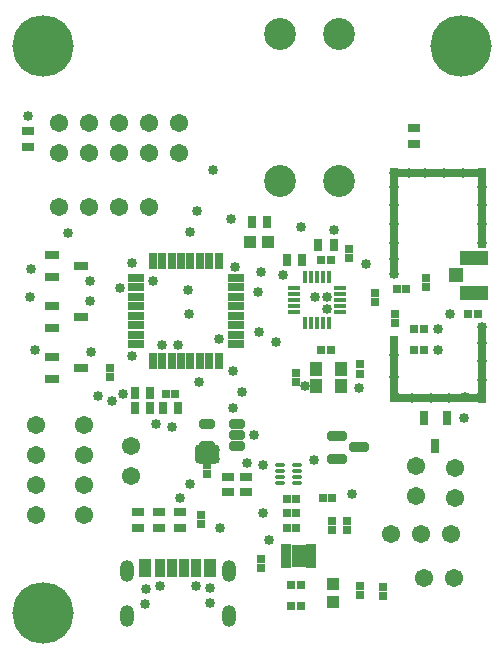
<source format=gts>
G04*
G04 #@! TF.GenerationSoftware,Altium Limited,Altium Designer,23.10.1 (27)*
G04*
G04 Layer_Color=8388736*
%FSLAX44Y44*%
%MOMM*%
G71*
G04*
G04 #@! TF.SameCoordinates,273EA9BE-9362-4083-9DEA-C9DCB70363E1*
G04*
G04*
G04 #@! TF.FilePolarity,Negative*
G04*
G01*
G75*
%ADD11C,0.2500*%
%ADD41R,0.7874X9.3218*%
%ADD42R,8.2042X0.7874*%
%ADD43R,0.7874X6.7310*%
%ADD44R,0.7874X5.6134*%
%ADD45R,1.0032X1.2032*%
%ADD46R,0.7232X0.7632*%
%ADD47R,0.7632X0.7232*%
%ADD48R,1.4032X0.7032*%
%ADD49R,0.7032X1.4032*%
%ADD50R,2.4032X1.2532*%
%ADD51R,1.2032X1.2032*%
%ADD52R,0.8032X1.2032*%
G04:AMPARAMS|DCode=53|XSize=2.1032mm|YSize=1.7032mm|CornerRadius=0.4766mm|HoleSize=0mm|Usage=FLASHONLY|Rotation=0.000|XOffset=0mm|YOffset=0mm|HoleType=Round|Shape=RoundedRectangle|*
%AMROUNDEDRECTD53*
21,1,2.1032,0.7500,0,0,0.0*
21,1,1.1500,1.7032,0,0,0.0*
1,1,0.9532,0.5750,-0.3750*
1,1,0.9532,-0.5750,-0.3750*
1,1,0.9532,-0.5750,0.3750*
1,1,0.9532,0.5750,0.3750*
%
%ADD53ROUNDEDRECTD53*%
%ADD54R,1.0032X0.8032*%
%ADD55R,0.8032X1.0032*%
%ADD56R,1.0032X1.0032*%
%ADD57R,0.4532X1.0032*%
%ADD58R,1.0032X0.4532*%
G04:AMPARAMS|DCode=59|XSize=1.7032mm|YSize=0.8032mm|CornerRadius=0.2516mm|HoleSize=0mm|Usage=FLASHONLY|Rotation=0.000|XOffset=0mm|YOffset=0mm|HoleType=Round|Shape=RoundedRectangle|*
%AMROUNDEDRECTD59*
21,1,1.7032,0.3000,0,0,0.0*
21,1,1.2000,0.8032,0,0,0.0*
1,1,0.5032,0.6000,-0.1500*
1,1,0.5032,-0.6000,-0.1500*
1,1,0.5032,-0.6000,0.1500*
1,1,0.5032,0.6000,0.1500*
%
%ADD59ROUNDEDRECTD59*%
%ADD60R,1.2032X0.8032*%
G04:AMPARAMS|DCode=61|XSize=0.772mm|YSize=0.402mm|CornerRadius=0.126mm|HoleSize=0mm|Usage=FLASHONLY|Rotation=0.000|XOffset=0mm|YOffset=0mm|HoleType=Round|Shape=RoundedRectangle|*
%AMROUNDEDRECTD61*
21,1,0.7720,0.1500,0,0,0.0*
21,1,0.5200,0.4020,0,0,0.0*
1,1,0.2520,0.2600,-0.0750*
1,1,0.2520,-0.2600,-0.0750*
1,1,0.2520,-0.2600,0.0750*
1,1,0.2520,0.2600,0.0750*
%
%ADD61ROUNDEDRECTD61*%
%ADD62R,0.9632X1.6032*%
%ADD63R,1.0032X1.6032*%
%ADD64R,0.9032X1.6032*%
%ADD65R,0.9032X0.5032*%
%ADD66R,1.2032X1.9032*%
%ADD67R,1.0032X1.0032*%
G04:AMPARAMS|DCode=68|XSize=1.3532mm|YSize=0.8032mm|CornerRadius=0.2516mm|HoleSize=0mm|Usage=FLASHONLY|Rotation=180.000|XOffset=0mm|YOffset=0mm|HoleType=Round|Shape=RoundedRectangle|*
%AMROUNDEDRECTD68*
21,1,1.3532,0.3000,0,0,180.0*
21,1,0.8500,0.8032,0,0,180.0*
1,1,0.5032,-0.4250,0.1500*
1,1,0.5032,0.4250,0.1500*
1,1,0.5032,0.4250,-0.1500*
1,1,0.5032,-0.4250,-0.1500*
%
%ADD68ROUNDEDRECTD68*%
%ADD69C,2.7032*%
%ADD70C,1.5432*%
%ADD71C,5.2032*%
%ADD72O,1.2332X1.8332*%
%ADD73C,0.8532*%
D11*
X335534Y255778D02*
X336042D01*
X335534D02*
X336042D01*
X335534Y220472D02*
X336042D01*
X335788Y220218D02*
X336042Y220472D01*
X335534Y220218D02*
X336042D01*
X409448D02*
X409702D01*
X335280Y410210D02*
X335534D01*
X409448D02*
X409702D01*
D41*
X335661Y367665D02*
D03*
D42*
X372745Y410337D02*
D03*
Y220091D02*
D03*
D43*
X409829Y380619D02*
D03*
Y249809D02*
D03*
D44*
X335661Y244221D02*
D03*
D45*
X269621Y243967D02*
D03*
Y229997D02*
D03*
X290703Y243967D02*
D03*
Y229997D02*
D03*
D46*
X336296Y290666D02*
D03*
Y282866D02*
D03*
X319786Y308446D02*
D03*
Y300646D02*
D03*
X94996Y245454D02*
D03*
Y237654D02*
D03*
X297688Y346038D02*
D03*
Y338238D02*
D03*
X326136Y52234D02*
D03*
Y60034D02*
D03*
X307005Y53058D02*
D03*
Y60858D02*
D03*
X223185Y75918D02*
D03*
Y83718D02*
D03*
X362966Y321146D02*
D03*
Y313346D02*
D03*
X306324Y248248D02*
D03*
Y240448D02*
D03*
X252476Y240882D02*
D03*
Y233082D02*
D03*
X282956Y108114D02*
D03*
Y115914D02*
D03*
X295656Y108114D02*
D03*
Y115914D02*
D03*
X171704Y112686D02*
D03*
Y120486D02*
D03*
X177546Y162904D02*
D03*
Y155104D02*
D03*
D47*
X337866Y312291D02*
D03*
X345666D02*
D03*
X273976Y260604D02*
D03*
X281776D02*
D03*
X248576Y43434D02*
D03*
X256376D02*
D03*
X256376Y61214D02*
D03*
X248576D02*
D03*
X274992Y135128D02*
D03*
X282792D02*
D03*
X352716Y260096D02*
D03*
X360516D02*
D03*
X352716Y277876D02*
D03*
X360516D02*
D03*
X406236Y290830D02*
D03*
X398436D02*
D03*
X281776Y336296D02*
D03*
X273976D02*
D03*
X142640Y223520D02*
D03*
X150440D02*
D03*
X244766Y122174D02*
D03*
X252566D02*
D03*
X244766Y109474D02*
D03*
X252566D02*
D03*
X244766Y134366D02*
D03*
X252566D02*
D03*
D48*
X201676Y321434D02*
D03*
Y313434D02*
D03*
Y305434D02*
D03*
Y297434D02*
D03*
Y289434D02*
D03*
Y281434D02*
D03*
Y273434D02*
D03*
Y265434D02*
D03*
X116676Y265434D02*
D03*
Y273434D02*
D03*
Y281434D02*
D03*
Y289434D02*
D03*
Y297434D02*
D03*
Y305434D02*
D03*
Y313434D02*
D03*
Y321434D02*
D03*
D49*
X187176Y250934D02*
D03*
X179176D02*
D03*
X171176D02*
D03*
X163176D02*
D03*
X155176D02*
D03*
X147176D02*
D03*
X139176D02*
D03*
X131176D02*
D03*
X187176Y335934D02*
D03*
X179176D02*
D03*
X171176D02*
D03*
X163176D02*
D03*
X155176D02*
D03*
X147176D02*
D03*
X139176D02*
D03*
X131176D02*
D03*
D50*
X402844Y309082D02*
D03*
Y338582D02*
D03*
D51*
X387844Y323832D02*
D03*
D52*
X380086Y203262D02*
D03*
X361086D02*
D03*
X370586Y179262D02*
D03*
D53*
X177546Y172047D02*
D03*
D54*
X25654Y432666D02*
D03*
Y445666D02*
D03*
X195326Y139804D02*
D03*
Y152804D02*
D03*
X352044Y448206D02*
D03*
Y435206D02*
D03*
X210566Y152804D02*
D03*
Y139804D02*
D03*
X118364Y123086D02*
D03*
Y110086D02*
D03*
X136144Y123086D02*
D03*
Y110086D02*
D03*
X153924Y123086D02*
D03*
Y110086D02*
D03*
D55*
X228242Y368808D02*
D03*
X215242D02*
D03*
X271376Y348996D02*
D03*
X284376D02*
D03*
X115946Y211328D02*
D03*
X128946D02*
D03*
X115878Y223754D02*
D03*
X128878D02*
D03*
X153040Y211582D02*
D03*
X140040D02*
D03*
X257706Y336804D02*
D03*
X244706D02*
D03*
D56*
X213480Y352044D02*
D03*
X228480D02*
D03*
D57*
X280256Y283014D02*
D03*
X275256D02*
D03*
X270256D02*
D03*
X265256D02*
D03*
X260256D02*
D03*
X280256Y322014D02*
D03*
X275256D02*
D03*
X270256D02*
D03*
X265256D02*
D03*
X260256D02*
D03*
D58*
X289756Y292514D02*
D03*
Y297514D02*
D03*
Y302514D02*
D03*
Y307514D02*
D03*
Y312514D02*
D03*
X250756Y292514D02*
D03*
Y297514D02*
D03*
Y302514D02*
D03*
Y307514D02*
D03*
Y312514D02*
D03*
D59*
X287190Y187594D02*
D03*
X306070Y178054D02*
D03*
X287190Y168544D02*
D03*
D60*
X70166Y331724D02*
D03*
X46166Y322224D02*
D03*
Y341224D02*
D03*
X70166Y288544D02*
D03*
X46166Y279044D02*
D03*
Y298044D02*
D03*
X70166Y245364D02*
D03*
X46166Y235864D02*
D03*
Y254864D02*
D03*
D61*
X253626Y157694D02*
D03*
X238626D02*
D03*
Y162694D02*
D03*
Y152694D02*
D03*
Y147694D02*
D03*
X253626Y162694D02*
D03*
Y152694D02*
D03*
Y147694D02*
D03*
D62*
X167823Y75932D02*
D03*
X137323Y75934D02*
D03*
D63*
X125054Y75936D02*
D03*
X180092Y75928D02*
D03*
D64*
X147573Y75932D02*
D03*
X157573D02*
D03*
D65*
X244435Y93668D02*
D03*
Y88668D02*
D03*
Y83668D02*
D03*
Y78668D02*
D03*
X265435D02*
D03*
Y83668D02*
D03*
Y88668D02*
D03*
Y93668D02*
D03*
D66*
X254935Y86168D02*
D03*
D67*
X284145Y61918D02*
D03*
Y46918D02*
D03*
D68*
X202357Y178928D02*
D03*
Y188428D02*
D03*
Y197928D02*
D03*
X177357Y178928D02*
D03*
Y197928D02*
D03*
D69*
X288652Y403082D02*
D03*
Y528082D02*
D03*
X238652D02*
D03*
Y403082D02*
D03*
D70*
X51816Y426974D02*
D03*
X77216D02*
D03*
X102616D02*
D03*
X128016D02*
D03*
X153416D02*
D03*
X51816Y452374D02*
D03*
X77216D02*
D03*
X102616D02*
D03*
X128016D02*
D03*
X153416D02*
D03*
X128016Y381254D02*
D03*
X102616D02*
D03*
X77216D02*
D03*
X51816D02*
D03*
X383540Y104902D02*
D03*
X358140D02*
D03*
X332740D02*
D03*
X112776Y153924D02*
D03*
Y179324D02*
D03*
X73406Y120904D02*
D03*
Y146304D02*
D03*
Y171704D02*
D03*
Y197104D02*
D03*
X32766D02*
D03*
Y171704D02*
D03*
Y146304D02*
D03*
Y120904D02*
D03*
X353822Y136652D02*
D03*
Y162052D02*
D03*
X386588Y67310D02*
D03*
X361188D02*
D03*
X387096Y135128D02*
D03*
Y160528D02*
D03*
D71*
X392430Y517398D02*
D03*
X38100D02*
D03*
Y38100D02*
D03*
D72*
X109073Y72932D02*
D03*
X196073D02*
D03*
Y34932D02*
D03*
X109073D02*
D03*
D73*
X299974Y138176D02*
D03*
X206756Y225044D02*
D03*
X198935Y211618D02*
D03*
X198882Y242570D02*
D03*
X220980Y275590D02*
D03*
X235966Y267208D02*
D03*
X241554Y323850D02*
D03*
X153924Y135128D02*
D03*
X163068Y146812D02*
D03*
X220218Y309626D02*
D03*
X223266Y326644D02*
D03*
X260244Y229870D02*
D03*
X394462Y202438D02*
D03*
X336042Y220218D02*
D03*
X409702Y366776D02*
D03*
Y383032D02*
D03*
Y398272D02*
D03*
X395986Y220218D02*
D03*
X382016Y219964D02*
D03*
X366776D02*
D03*
X351028D02*
D03*
X335534Y324612D02*
D03*
Y337312D02*
D03*
Y351282D02*
D03*
Y366776D02*
D03*
Y383032D02*
D03*
Y398272D02*
D03*
X347980Y410464D02*
D03*
X361696D02*
D03*
X377698D02*
D03*
X393954Y410210D02*
D03*
X335280D02*
D03*
X409448D02*
D03*
X409702Y351282D02*
D03*
Y279654D02*
D03*
Y235204D02*
D03*
Y250698D02*
D03*
Y265938D02*
D03*
X409448Y220472D02*
D03*
X335788Y237490D02*
D03*
X335534Y255778D02*
D03*
X372872Y277876D02*
D03*
X372876Y260038D02*
D03*
X383286Y290576D02*
D03*
X311658Y333248D02*
D03*
X284734Y361950D02*
D03*
X267462Y167386D02*
D03*
X171450Y176022D02*
D03*
X182626Y412496D02*
D03*
X306070Y228600D02*
D03*
X183642Y168148D02*
D03*
X171704Y167894D02*
D03*
X183642Y176022D02*
D03*
X170180Y233172D02*
D03*
X125222Y57658D02*
D03*
X180092Y58928D02*
D03*
X180086Y46482D02*
D03*
X124968Y45466D02*
D03*
X152908Y264922D02*
D03*
X168656Y378460D02*
D03*
X28448Y328930D02*
D03*
X27178Y305562D02*
D03*
X113792Y334264D02*
D03*
X278892Y295148D02*
D03*
Y305308D02*
D03*
X268732D02*
D03*
X224282Y122428D02*
D03*
X25908Y458724D02*
D03*
X211074Y164338D02*
D03*
X224790Y163322D02*
D03*
X216662Y188722D02*
D03*
X96520Y216916D02*
D03*
X134112Y197612D02*
D03*
X254935Y86168D02*
D03*
X139446Y264414D02*
D03*
X103886Y313182D02*
D03*
X113538Y255270D02*
D03*
X256794Y364236D02*
D03*
X201168Y330962D02*
D03*
X187198Y269748D02*
D03*
X147320Y194818D02*
D03*
X85090Y221488D02*
D03*
X105918Y223520D02*
D03*
X78232Y319024D02*
D03*
Y301752D02*
D03*
X78740Y258826D02*
D03*
X168148Y60960D02*
D03*
X137414Y60706D02*
D03*
X229616Y99314D02*
D03*
X197866Y371094D02*
D03*
X163068Y359918D02*
D03*
X59910Y359861D02*
D03*
X131826Y319024D02*
D03*
X161036Y311404D02*
D03*
X162306Y291084D02*
D03*
X31496Y260604D02*
D03*
X188468Y109982D02*
D03*
M02*

</source>
